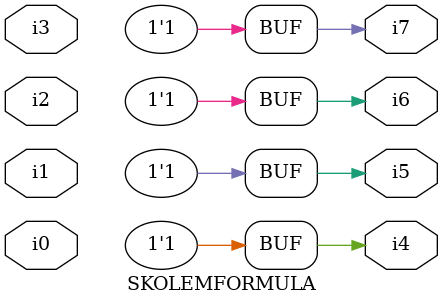
<source format=v>

module SKOLEMFORMULA ( 
    i0, i1, i2, i3,
    i4, i5, i6, i7  );
  input  i0, i1, i2, i3;
  output i4, i5, i6, i7;
  assign i4 = 1'b1;
  assign i5 = 1'b1;
  assign i6 = 1'b1;
  assign i7 = 1'b1;
endmodule



</source>
